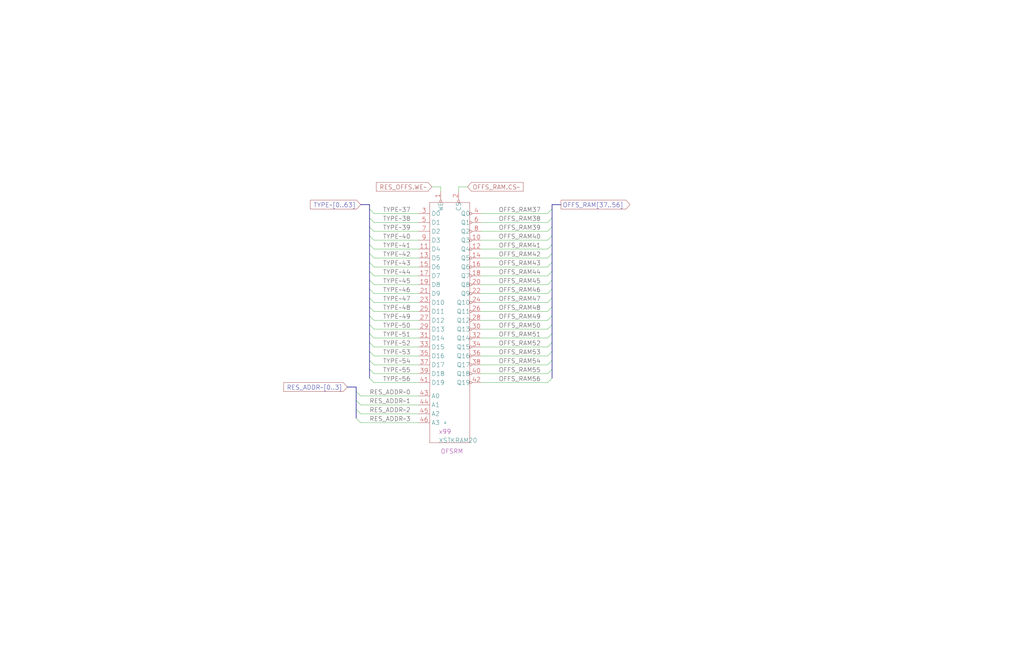
<source format=kicad_sch>
(kicad_sch (version 20220404) (generator eeschema)
  (paper "User" 584.2 378.46)
  (title_block (title "RESOLVE OFFSET RAM") (date "22-MAY-90") (rev "1.0") (comment 1 "SEQUENCER") (comment 2 "232-003064") (comment 3 "S400") (comment 4 "RELEASED"))
  (lib_symbols
    (symbol "r1000:XSTKRAM20" (pin_names (offset 1.016))
      (property "Reference" "U" (at 2.54 5.08 0))
      (property "Value" "XSTKRAM20" (at -1.27 -5.08 0))
      (property "Location" "___" (at -1.27 0 0))
      (property "Name" "______" (at 6.35 -12.7 0))
      (symbol "XSTKRAM20_1_1"
        (rectangle (start -6.35 130.81) (end 16.51 -6.35))
        (circle (center 0 131.445) (radius 0.635))
        (circle (center 10.16 131.445) (radius 0.635))
        (circle (center 17.145 27.94) (radius 0.635))
        (circle (center 17.145 33.02) (radius 0.635))
        (circle (center 17.145 38.1) (radius 0.635))
        (circle (center 17.145 43.18) (radius 0.635))
        (circle (center 17.145 48.26) (radius 0.635))
        (circle (center 17.145 53.34) (radius 0.635))
        (circle (center 17.145 58.42) (radius 0.635))
        (circle (center 17.145 63.5) (radius 0.635))
        (circle (center 17.145 68.58) (radius 0.635))
        (circle (center 17.145 73.66) (radius 0.635))
        (circle (center 17.145 78.74) (radius 0.635))
        (circle (center 17.145 83.82) (radius 0.635))
        (circle (center 17.145 88.9) (radius 0.635))
        (circle (center 17.145 93.98) (radius 0.635))
        (circle (center 17.145 99.06) (radius 0.635))
        (circle (center 17.145 104.14) (radius 0.635))
        (circle (center 17.145 109.22) (radius 0.635))
        (circle (center 17.145 114.3) (radius 0.635))
        (circle (center 17.145 119.38) (radius 0.635))
        (circle (center 17.145 124.46) (radius 0.635))
        (pin input line (at 0 137.16 270) (length 5.08) (name "WE") (number "1"))
        (pin tri_state line (at 22.86 109.22 180) (length 5.08) (name "Q3") (number "10"))
        (pin input line (at -12.7 104.14 0) (length 6.35) (name "D4") (number "11"))
        (pin tri_state line (at 22.86 104.14 180) (length 5.08) (name "Q4") (number "12"))
        (pin input line (at -12.7 99.06 0) (length 6.35) (name "D5") (number "13"))
        (pin tri_state line (at 22.86 99.06 180) (length 5.08) (name "Q5") (number "14"))
        (pin input line (at -12.7 93.98 0) (length 6.35) (name "D6") (number "15"))
        (pin tri_state line (at 22.86 93.98 180) (length 5.08) (name "Q6") (number "16"))
        (pin input line (at -12.7 88.9 0) (length 6.35) (name "D7") (number "17"))
        (pin tri_state line (at 22.86 88.9 180) (length 5.08) (name "Q7") (number "18"))
        (pin input line (at -12.7 83.82 0) (length 6.35) (name "D8") (number "19"))
        (pin input line (at 10.16 137.16 270) (length 5.08) (name "CS") (number "2"))
        (pin tri_state line (at 22.86 83.82 180) (length 5.08) (name "Q8") (number "20"))
        (pin input line (at -12.7 78.74 0) (length 6.35) (name "D9") (number "21"))
        (pin tri_state line (at 22.86 78.74 180) (length 5.08) (name "Q9") (number "22"))
        (pin input line (at -12.7 73.66 0) (length 6.35) (name "D10") (number "23"))
        (pin tri_state line (at 22.86 73.66 180) (length 5.08) (name "Q10") (number "24"))
        (pin input line (at -12.7 68.58 0) (length 6.35) (name "D11") (number "25"))
        (pin tri_state line (at 22.86 68.58 180) (length 5.08) (name "Q11") (number "26"))
        (pin input line (at -12.7 63.5 0) (length 6.35) (name "D12") (number "27"))
        (pin tri_state line (at 22.86 63.5 180) (length 5.08) (name "Q12") (number "28"))
        (pin input line (at -12.7 58.42 0) (length 6.35) (name "D13") (number "29"))
        (pin input line (at -12.7 124.46 0) (length 6.35) (name "D0") (number "3"))
        (pin tri_state line (at 22.86 58.42 180) (length 5.08) (name "Q13") (number "30"))
        (pin input line (at -12.7 53.34 0) (length 6.35) (name "D14") (number "31"))
        (pin tri_state line (at 22.86 53.34 180) (length 5.08) (name "Q14") (number "32"))
        (pin input line (at -12.7 48.26 0) (length 6.35) (name "D15") (number "33"))
        (pin tri_state line (at 22.86 48.26 180) (length 5.08) (name "Q15") (number "34"))
        (pin input line (at -12.7 43.18 0) (length 6.35) (name "D16") (number "35"))
        (pin tri_state line (at 22.86 43.18 180) (length 5.08) (name "Q16") (number "36"))
        (pin input line (at -12.7 38.1 0) (length 6.35) (name "D17") (number "37"))
        (pin tri_state line (at 22.86 38.1 180) (length 5.08) (name "Q17") (number "38"))
        (pin input line (at -12.7 33.02 0) (length 6.35) (name "D18") (number "39"))
        (pin tri_state line (at 22.86 124.46 180) (length 5.08) (name "Q0") (number "4"))
        (pin tri_state line (at 22.86 33.02 180) (length 5.08) (name "Q18") (number "40"))
        (pin input line (at -12.7 27.94 0) (length 6.35) (name "D19") (number "41"))
        (pin tri_state line (at 22.86 27.94 180) (length 5.08) (name "Q19") (number "42"))
        (pin input line (at -12.7 20.32 0) (length 6.35) (name "A0") (number "43"))
        (pin input line (at -12.7 15.24 0) (length 6.35) (name "A1") (number "44"))
        (pin input line (at -12.7 10.16 0) (length 6.35) (name "A2") (number "45"))
        (pin input line (at -12.7 5.08 0) (length 6.35) (name "A3") (number "46"))
        (pin input line (at -12.7 119.38 0) (length 6.35) (name "D1") (number "5"))
        (pin tri_state line (at 22.86 119.38 180) (length 5.08) (name "Q1") (number "6"))
        (pin input line (at -12.7 114.3 0) (length 6.35) (name "D2") (number "7"))
        (pin tri_state line (at 22.86 114.3 180) (length 5.08) (name "Q2") (number "8"))
        (pin input line (at -12.7 109.22 0) (length 6.35) (name "D3") (number "9"))
      )
    )
  )
  (bus_entry (at 314.96 215.9) (size -2.54 2.54))
  (bus_entry (at 210.82 144.78) (size 2.54 2.54))
  (bus_entry (at 210.82 210.82) (size 2.54 2.54))
  (bus_entry (at 314.96 134.62) (size -2.54 2.54))
  (bus_entry (at 210.82 195.58) (size 2.54 2.54))
  (bus_entry (at 314.96 205.74) (size -2.54 2.54))
  (bus_entry (at 314.96 180.34) (size -2.54 2.54))
  (bus_entry (at 314.96 200.66) (size -2.54 2.54))
  (bus_entry (at 314.96 210.82) (size -2.54 2.54))
  (bus_entry (at 314.96 190.5) (size -2.54 2.54))
  (bus_entry (at 210.82 124.46) (size 2.54 2.54))
  (bus_entry (at 210.82 190.5) (size 2.54 2.54))
  (bus_entry (at 203.2 223.52) (size 2.54 2.54))
  (bus_entry (at 210.82 160.02) (size 2.54 2.54))
  (bus_entry (at 210.82 165.1) (size 2.54 2.54))
  (bus_entry (at 314.96 144.78) (size -2.54 2.54))
  (bus_entry (at 210.82 180.34) (size 2.54 2.54))
  (bus_entry (at 314.96 195.58) (size -2.54 2.54))
  (bus_entry (at 210.82 134.62) (size 2.54 2.54))
  (bus_entry (at 203.2 228.6) (size 2.54 2.54))
  (bus_entry (at 314.96 185.42) (size -2.54 2.54))
  (bus_entry (at 314.96 165.1) (size -2.54 2.54))
  (bus_entry (at 314.96 154.94) (size -2.54 2.54))
  (bus_entry (at 210.82 185.42) (size 2.54 2.54))
  (bus_entry (at 210.82 170.18) (size 2.54 2.54))
  (bus_entry (at 210.82 215.9) (size 2.54 2.54))
  (bus_entry (at 314.96 149.86) (size -2.54 2.54))
  (bus_entry (at 314.96 119.38) (size -2.54 2.54))
  (bus_entry (at 210.82 175.26) (size 2.54 2.54))
  (bus_entry (at 210.82 139.7) (size 2.54 2.54))
  (bus_entry (at 314.96 124.46) (size -2.54 2.54))
  (bus_entry (at 314.96 129.54) (size -2.54 2.54))
  (bus_entry (at 210.82 154.94) (size 2.54 2.54))
  (bus_entry (at 210.82 205.74) (size 2.54 2.54))
  (bus_entry (at 203.2 233.68) (size 2.54 2.54))
  (bus_entry (at 314.96 170.18) (size -2.54 2.54))
  (bus_entry (at 314.96 160.02) (size -2.54 2.54))
  (bus_entry (at 210.82 129.54) (size 2.54 2.54))
  (bus_entry (at 314.96 175.26) (size -2.54 2.54))
  (bus_entry (at 203.2 238.76) (size 2.54 2.54))
  (bus_entry (at 314.96 139.7) (size -2.54 2.54))
  (bus_entry (at 210.82 200.66) (size 2.54 2.54))
  (bus_entry (at 210.82 149.86) (size 2.54 2.54))
  (bus_entry (at 210.82 119.38) (size 2.54 2.54))
  (bus (pts (xy 203.2 220.98) (xy 203.2 223.52)))
  (wire (pts (xy 274.32 182.88) (xy 312.42 182.88)))
  (bus (pts (xy 314.96 180.34) (xy 314.96 185.42)))
  (bus (pts (xy 314.96 116.84) (xy 314.96 119.38)))
  (wire (pts (xy 274.32 121.92) (xy 312.42 121.92)))
  (wire (pts (xy 266.7 106.68) (xy 261.62 106.68)))
  (bus (pts (xy 210.82 180.34) (xy 210.82 185.42)))
  (bus (pts (xy 314.96 205.74) (xy 314.96 210.82)))
  (wire (pts (xy 213.36 147.32) (xy 238.76 147.32)))
  (bus (pts (xy 203.2 223.52) (xy 203.2 228.6)))
  (bus (pts (xy 210.82 210.82) (xy 210.82 215.9)))
  (wire (pts (xy 213.36 208.28) (xy 238.76 208.28)))
  (bus (pts (xy 198.12 220.98) (xy 203.2 220.98)))
  (wire (pts (xy 274.32 142.24) (xy 312.42 142.24)))
  (bus (pts (xy 314.96 195.58) (xy 314.96 200.66)))
  (bus (pts (xy 314.96 160.02) (xy 314.96 165.1)))
  (wire (pts (xy 274.32 187.96) (xy 312.42 187.96)))
  (wire (pts (xy 213.36 121.92) (xy 238.76 121.92)))
  (wire (pts (xy 274.32 193.04) (xy 312.42 193.04)))
  (bus (pts (xy 210.82 200.66) (xy 210.82 205.74)))
  (wire (pts (xy 213.36 203.2) (xy 238.76 203.2)))
  (wire (pts (xy 274.32 152.4) (xy 312.42 152.4)))
  (bus (pts (xy 314.96 144.78) (xy 314.96 149.86)))
  (wire (pts (xy 274.32 172.72) (xy 312.42 172.72)))
  (bus (pts (xy 210.82 205.74) (xy 210.82 210.82)))
  (bus (pts (xy 314.96 154.94) (xy 314.96 160.02)))
  (bus (pts (xy 210.82 119.38) (xy 210.82 124.46)))
  (wire (pts (xy 213.36 182.88) (xy 238.76 182.88)))
  (wire (pts (xy 274.32 147.32) (xy 312.42 147.32)))
  (bus (pts (xy 210.82 175.26) (xy 210.82 180.34)))
  (wire (pts (xy 274.32 157.48) (xy 312.42 157.48)))
  (wire (pts (xy 251.46 106.68) (xy 251.46 109.22)))
  (bus (pts (xy 205.74 116.84) (xy 210.82 116.84)))
  (wire (pts (xy 261.62 106.68) (xy 261.62 109.22)))
  (wire (pts (xy 274.32 137.16) (xy 312.42 137.16)))
  (bus (pts (xy 203.2 228.6) (xy 203.2 233.68)))
  (bus (pts (xy 314.96 129.54) (xy 314.96 134.62)))
  (wire (pts (xy 213.36 157.48) (xy 238.76 157.48)))
  (wire (pts (xy 205.74 236.22) (xy 238.76 236.22)))
  (bus (pts (xy 210.82 144.78) (xy 210.82 149.86)))
  (bus (pts (xy 314.96 185.42) (xy 314.96 190.5)))
  (bus (pts (xy 210.82 149.86) (xy 210.82 154.94)))
  (bus (pts (xy 210.82 154.94) (xy 210.82 160.02)))
  (wire (pts (xy 274.32 132.08) (xy 312.42 132.08)))
  (bus (pts (xy 203.2 233.68) (xy 203.2 238.76)))
  (wire (pts (xy 213.36 187.96) (xy 238.76 187.96)))
  (bus (pts (xy 210.82 134.62) (xy 210.82 139.7)))
  (bus (pts (xy 210.82 139.7) (xy 210.82 144.78)))
  (bus (pts (xy 314.96 134.62) (xy 314.96 139.7)))
  (bus (pts (xy 314.96 170.18) (xy 314.96 175.26)))
  (bus (pts (xy 210.82 185.42) (xy 210.82 190.5)))
  (wire (pts (xy 205.74 231.14) (xy 238.76 231.14)))
  (bus (pts (xy 314.96 210.82) (xy 314.96 215.9)))
  (bus (pts (xy 320.04 116.84) (xy 314.96 116.84)))
  (bus (pts (xy 210.82 124.46) (xy 210.82 129.54)))
  (wire (pts (xy 213.36 172.72) (xy 238.76 172.72)))
  (wire (pts (xy 213.36 127) (xy 238.76 127)))
  (wire (pts (xy 213.36 213.36) (xy 238.76 213.36)))
  (wire (pts (xy 205.74 241.3) (xy 238.76 241.3)))
  (wire (pts (xy 274.32 203.2) (xy 312.42 203.2)))
  (wire (pts (xy 213.36 137.16) (xy 238.76 137.16)))
  (wire (pts (xy 213.36 162.56) (xy 238.76 162.56)))
  (bus (pts (xy 210.82 129.54) (xy 210.82 134.62)))
  (wire (pts (xy 213.36 218.44) (xy 238.76 218.44)))
  (bus (pts (xy 314.96 200.66) (xy 314.96 205.74)))
  (wire (pts (xy 205.74 226.06) (xy 238.76 226.06)))
  (bus (pts (xy 210.82 165.1) (xy 210.82 170.18)))
  (wire (pts (xy 213.36 132.08) (xy 238.76 132.08)))
  (wire (pts (xy 246.38 106.68) (xy 251.46 106.68)))
  (wire (pts (xy 274.32 218.44) (xy 312.42 218.44)))
  (bus (pts (xy 314.96 165.1) (xy 314.96 170.18)))
  (wire (pts (xy 213.36 177.8) (xy 238.76 177.8)))
  (wire (pts (xy 213.36 152.4) (xy 238.76 152.4)))
  (wire (pts (xy 274.32 177.8) (xy 312.42 177.8)))
  (wire (pts (xy 274.32 167.64) (xy 312.42 167.64)))
  (bus (pts (xy 210.82 170.18) (xy 210.82 175.26)))
  (wire (pts (xy 274.32 208.28) (xy 312.42 208.28)))
  (bus (pts (xy 314.96 190.5) (xy 314.96 195.58)))
  (wire (pts (xy 213.36 167.64) (xy 238.76 167.64)))
  (bus (pts (xy 210.82 190.5) (xy 210.82 195.58)))
  (wire (pts (xy 213.36 193.04) (xy 238.76 193.04)))
  (wire (pts (xy 213.36 142.24) (xy 238.76 142.24)))
  (wire (pts (xy 213.36 198.12) (xy 238.76 198.12)))
  (bus (pts (xy 314.96 139.7) (xy 314.96 144.78)))
  (wire (pts (xy 274.32 198.12) (xy 312.42 198.12)))
  (bus (pts (xy 314.96 124.46) (xy 314.96 129.54)))
  (bus (pts (xy 314.96 149.86) (xy 314.96 154.94)))
  (bus (pts (xy 314.96 175.26) (xy 314.96 180.34)))
  (bus (pts (xy 210.82 160.02) (xy 210.82 165.1)))
  (wire (pts (xy 274.32 162.56) (xy 312.42 162.56)))
  (bus (pts (xy 210.82 116.84) (xy 210.82 119.38)))
  (wire (pts (xy 274.32 127) (xy 312.42 127)))
  (wire (pts (xy 274.32 213.36) (xy 312.42 213.36)))
  (bus (pts (xy 314.96 119.38) (xy 314.96 124.46)))
  (bus (pts (xy 210.82 195.58) (xy 210.82 200.66)))
  (label "TYPE~51" (at 218.44 193.04 0) (effects (font (size 2.54 2.54))))
  (label "TYPE~39" (at 218.44 132.08 0) (effects (font (size 2.54 2.54))))
  (label "OFFS_RAM56" (at 284.48 218.44 0) (effects (font (size 2.54 2.54))))
  (label "OFFS_RAM48" (at 284.48 177.8 0) (effects (font (size 2.54 2.54))))
  (label "OFFS_RAM50" (at 284.48 187.96 0) (effects (font (size 2.54 2.54))))
  (label "TYPE~43" (at 218.44 152.4 0) (effects (font (size 2.54 2.54))))
  (label "TYPE~38" (at 218.44 127 0) (effects (font (size 2.54 2.54))))
  (label "TYPE~45" (at 218.44 162.56 0) (effects (font (size 2.54 2.54))))
  (label "OFFS_RAM51" (at 284.48 193.04 0) (effects (font (size 2.54 2.54))))
  (label "OFFS_RAM52" (at 284.48 198.12 0) (effects (font (size 2.54 2.54))))
  (label "OFFS_RAM46" (at 284.48 167.64 0) (effects (font (size 2.54 2.54))))
  (label "TYPE~50" (at 218.44 187.96 0) (effects (font (size 2.54 2.54))))
  (label "OFFS_RAM43" (at 284.48 152.4 0) (effects (font (size 2.54 2.54))))
  (label "TYPE~46" (at 218.44 167.64 0) (effects (font (size 2.54 2.54))))
  (label "TYPE~42" (at 218.44 147.32 0) (effects (font (size 2.54 2.54))))
  (label "TYPE~49" (at 218.44 182.88 0) (effects (font (size 2.54 2.54))))
  (label "OFFS_RAM38" (at 284.48 127 0) (effects (font (size 2.54 2.54))))
  (label "TYPE~52" (at 218.44 198.12 0) (effects (font (size 2.54 2.54))))
  (label "TYPE~44" (at 218.44 157.48 0) (effects (font (size 2.54 2.54))))
  (label "RES_ADDR~1" (at 210.82 231.14 0) (effects (font (size 2.54 2.54))))
  (label "RES_ADDR~3" (at 210.82 241.3 0) (effects (font (size 2.54 2.54))))
  (label "OFFS_RAM47" (at 284.48 172.72 0) (effects (font (size 2.54 2.54))))
  (label "TYPE~48" (at 218.44 177.8 0) (effects (font (size 2.54 2.54))))
  (label "OFFS_RAM41" (at 284.48 142.24 0) (effects (font (size 2.54 2.54))))
  (label "TYPE~54" (at 218.44 208.28 0) (effects (font (size 2.54 2.54))))
  (label "OFFS_RAM39" (at 284.48 132.08 0) (effects (font (size 2.54 2.54))))
  (label "TYPE~55" (at 218.44 213.36 0) (effects (font (size 2.54 2.54))))
  (label "TYPE~40" (at 218.44 137.16 0) (effects (font (size 2.54 2.54))))
  (label "TYPE~41" (at 218.44 142.24 0) (effects (font (size 2.54 2.54))))
  (label "TYPE~53" (at 218.44 203.2 0) (effects (font (size 2.54 2.54))))
  (label "OFFS_RAM40" (at 284.48 137.16 0) (effects (font (size 2.54 2.54))))
  (label "TYPE~47" (at 218.44 172.72 0) (effects (font (size 2.54 2.54))))
  (label "OFFS_RAM54" (at 284.48 208.28 0) (effects (font (size 2.54 2.54))))
  (label "OFFS_RAM44" (at 284.48 157.48 0) (effects (font (size 2.54 2.54))))
  (label "OFFS_RAM49" (at 284.48 182.88 0) (effects (font (size 2.54 2.54))))
  (label "OFFS_RAM55" (at 284.48 213.36 0) (effects (font (size 2.54 2.54))))
  (label "RES_ADDR~2" (at 210.82 236.22 0) (effects (font (size 2.54 2.54))))
  (label "TYPE~37" (at 218.44 121.92 0) (effects (font (size 2.54 2.54))))
  (label "OFFS_RAM53" (at 284.48 203.2 0) (effects (font (size 2.54 2.54))))
  (label "RES_ADDR~0" (at 210.82 226.06 0) (effects (font (size 2.54 2.54))))
  (label "OFFS_RAM37" (at 284.48 121.92 0) (effects (font (size 2.54 2.54))))
  (label "OFFS_RAM42" (at 284.48 147.32 0) (effects (font (size 2.54 2.54))))
  (label "TYPE~56" (at 218.44 218.44 0) (effects (font (size 2.54 2.54))))
  (label "OFFS_RAM45" (at 284.48 162.56 0) (effects (font (size 2.54 2.54))))
  (global_label "OFFS_RAM[37..56]" (shape output) (at 320.04 116.84 0) (effects (font (size 2.54 2.54))) (property "Intersheet References" "${INTERSHEET_REFS}" (at 359.3374 116.6813 0) (effects (font (size 1.905 1.905)) (justify left))))
  (global_label "TYPE~[0..63]" (shape input) (at 205.74 116.84 180) (effects (font (size 2.54 2.54))) (property "Intersheet References" "${INTERSHEET_REFS}" (at 176.2293 116.84 0) (effects (font (size 1.905 1.905)) (justify right))))
  (global_label "RES_ADDR~[0..3]" (shape input) (at 198.12 220.98 180) (effects (font (size 2.54 2.54))) (property "Intersheet References" "${INTERSHEET_REFS}" (at 161.8464 220.8213 0) (effects (font (size 1.905 1.905)) (justify right))))
  (global_label "OFFS_RAM.CS~" (shape input) (at 266.7 106.68 0) (effects (font (size 2.54 2.54))) (property "Intersheet References" "${INTERSHEET_REFS}" (at 298.4984 106.5213 0) (effects (font (size 1.905 1.905)) (justify left))))
  (global_label "RES_OFFS.WE~" (shape input) (at 246.38 106.68 180) (effects (font (size 2.54 2.54))) (property "Intersheet References" "${INTERSHEET_REFS}" (at 214.7026 106.5213 0) (effects (font (size 1.905 1.905)) (justify right))))
  (symbol (lib_id "r1000:XSTKRAM20") (at 251.46 246.38 0) (unit 1)
    (default_instance (reference "U") (unit 1) (value "XSTKRAM20") (footprint ""))
    (property "Reference" "U" (at 254 241.3 0))
    (property "Value" "XSTKRAM20" (at 250.19 251.46 0) (effects (font (size 2.54 2.54)) (justify left)))
    (property "Location" "x99" (at 250.19 246.38 0) (effects (font (size 2.54 2.54)) (justify left)))
    (property "Name" "OFSRM" (at 257.81 259.08 0) (effects (font (size 2.54 2.54)) (justify bottom)))
  )
)
</source>
